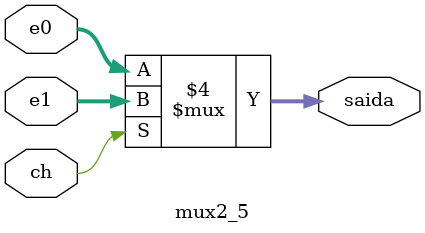
<source format=v>
module mux2_5
(e0,e1,ch,saida);

input [4:0] e0, e1;
input ch;
output reg [4:0] saida;

always @(*)
begin
	if(ch == 1'b0)
		begin
		saida = e0;
		end
	else
		begin
		saida = e1;
		end
end
endmodule
</source>
